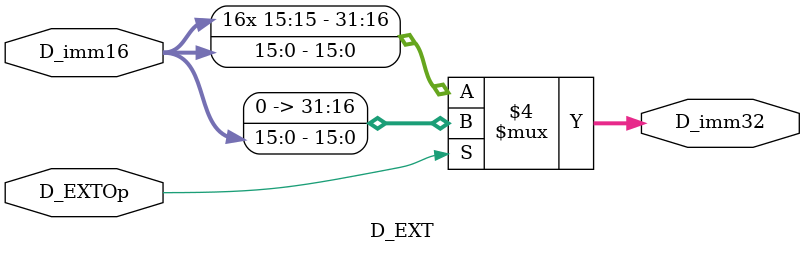
<source format=v>
module D_EXT(
    input [15:0] D_imm16,
    input D_EXTOp,
    output reg [31:0] D_imm32);

    always @(*) begin
        if (D_EXTOp == 0)    D_imm32 = {{16{D_imm16[15]}}, D_imm16} ;
        else                D_imm32 = {{16'd0}, D_imm16} ;
    end
    

endmodule
</source>
